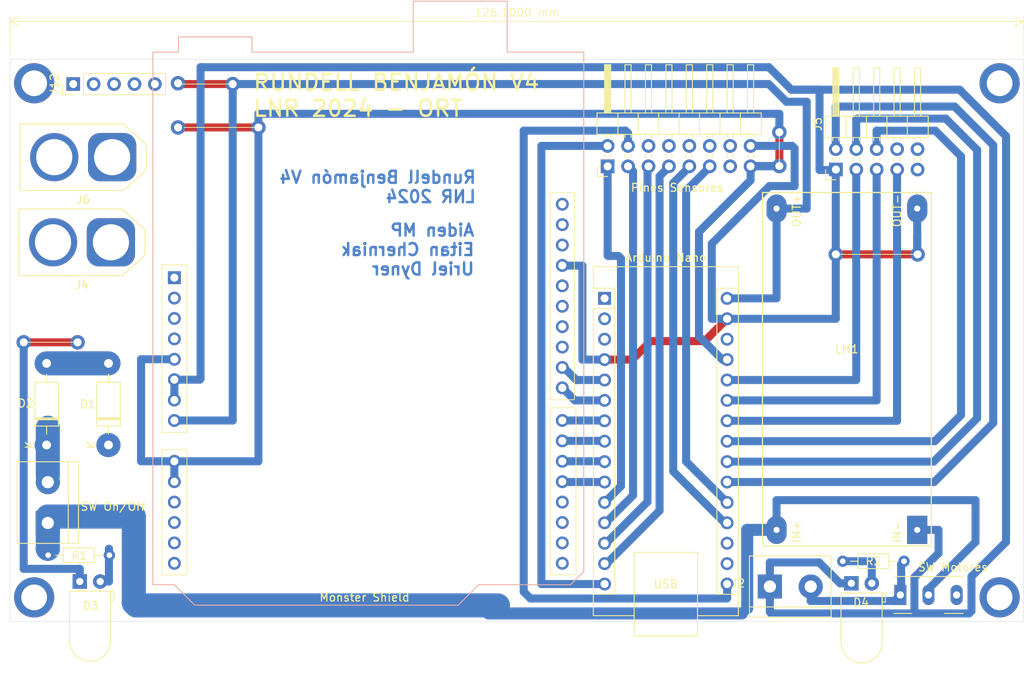
<source format=kicad_pcb>
(kicad_pcb (version 20240108) (generator "pcbnew") (generator_version "8.0")
  (layers (0 "F.Cu" signal) (31 "B.Cu" signal) (34 "B.Paste" user) (35 "F.Paste" user) (36 "B.SilkS" user "B.Silkscreen") (37 "F.SilkS" user "F.Silkscreen") (38 "B.Mask" user) (39 "F.Mask" user) (44 "Edge.Cuts" user))
  (net 0 "")
  (net 1 "AIN2 MONSTER SHIELD")
  (net 3 "ECHO 1")
  (net 5 "ECHO 3")
  (net 9 "ECHO 2")
  (net 10 "GND")
  (net 11 "TRIG 2")
  (net 12 "VIN")
  (net 13 "AIN1 MONSTER SHIELD")
  (net 14 "TRIG 3")
  (net 15 "BIN 2 MONSTER SHIELD")
  (net 16 "TRIG 1")
  (net 17 "BIN 1 MONSTER SHIELD")
  (net 18 "+5V")
  (net 19 "PWM A MONSTER SHIELD")
  (net 20 "PWM B MONSTER SHIELD")
  (net 21 "LED3")
  (net 25 "LED1")
  (net 32 "BTN2")
  (net 33 "LED2")
  (net 36 "BTN1")
  (net 40 "LED4")
  (net 48 "CNY 2")
  (net 50 "Net-(J2-Pin_2)")
  (net 51 "CNY 1")
  (net 52 "Net-(D1-K)")
  (net 53 "MOTORES")
  (net 56 "TRIG 4")
  (net 57 "ECHO 5")
  (net 58 "CNY 3")
  (net 59 "ECHO 4")
  (net 60 "TRIG 5")
  (net 61 "Net-(D3-A)")
  (net 62 "Net-(D4-A)")
  (net 63 "PI+")
  (net 64 "Net-(J4-Pin_2)")
  (footprint "" (layer "F.Cu") (at 135.2 15.1)
    (property "Reference" "" (at 0 0 0) (layer "F.SilkS") (effects (font (size 1.27 1.27))))
    (property "Value" "")
    (pad "" thru_hole circle (at 0 0 90) (size 5 5) (drill 3.2) (layers "*.Cu" "*.Mask"))
  )
  (footprint "Connector_PinHeader_2.54mm:PinHeader_1x05_P2.54mm_Vertical" (layer "F.Cu") (at 19.96 15.2 90)
    (property "Reference" "J12" (at 0 -2.33 -90) (layer "F.SilkS"))
    (property "Value" "TP")
    (pad "1" thru_hole rect (at 0 0 90) (size 1.7 1.7) (drill 1) (layers "*.Cu" "*.Mask") (net 10 "GND"))
    (pad "2" thru_hole oval (at 0 2.54 90) (size 1.7 1.7) (drill 1) (layers "*.Cu" "*.Mask"))
    (pad "3" thru_hole oval (at 0 5.08 90) (size 1.7 1.7) (drill 1) (layers "*.Cu" "*.Mask") (net 63 "PI+"))
    (pad "4" thru_hole oval (at 0 7.62 90) (size 1.7 1.7) (drill 1) (layers "*.Cu" "*.Mask") (net 18 "+5V"))
    (pad "5" thru_hole oval (at 0 10.16 90) (size 1.7 1.7) (drill 1) (layers "*.Cu" "*.Mask") (net 12 "VIN"))
  )
  (footprint "" (layer "F.Cu") (at 15.1 79.1)
    (property "Reference" "" (at 0 0 0) (layer "F.SilkS") (effects (font (size 1.27 1.27))))
    (property "Value" "")
    (pad "" thru_hole circle (at 0 0 90) (size 5 5) (drill 3.2) (layers "*.Cu" "*.Mask"))
  )
  (footprint "Connector_AMASS:AMASS_XT60-M_1x02_P7.20mm_Vertical" (layer "F.Cu") (at 24.65 34.9 180)
    (property "Reference" "J4" (at 3.6 -5.3 180) (layer "F.SilkS"))
    (property "Value" "Power Input 2")
    (pad "1" thru_hole roundrect (at 0 0 180) (size 6 6) (drill 4.5) (layers "*.Cu" "*.Mask") (net 10 "GND"))
    (pad "2" thru_hole circle (at 7.2 0 180) (size 6 6) (drill 4.5) (layers "*.Cu" "*.Mask") (net 64 "Net-(J4-Pin_2)"))
  )
  (footprint "Diode_THT:D_DO-41_SOD81_P10.16mm_Horizontal" (layer "F.Cu") (at 24.35 60.13 90)
    (property "Reference" "D1" (at 5.08 -2.6 0) (layer "F.SilkS"))
    (property "Value" "1N4007")
    (fp_text user "K" (at 0 -2.1 -90) (layer "F.SilkS"))
    (pad "1" thru_hole rect (at 0 0 90) (size 2.2 2.2) (drill 1.1) (layers "*.Cu" "*.Mask") (net 52 "Net-(D1-K)"))
    (pad "2" thru_hole oval (at 10.16 0 90) (size 2.2 2.2) (drill 1.1) (layers "*.Cu" "*.Mask") (net 63 "PI+"))
  )
  (footprint "Module:Arduino_Nano" (layer "F.Cu") (at 86.06 41.88)
    (property "Reference" "Arduino Nano" (at 7.62 -5.08 0) (layer "F.SilkS"))
    (property "Value" "Arduino_Nano_v3.x")
    (fp_text user "USB" (at 7.62 35.56 0) (layer "F.SilkS"))
    (pad "1" thru_hole rect (at 0 0) (size 1.6 1.6) (drill 1) (layers "*.Cu" "*.Mask"))
    (pad "2" thru_hole oval (at 0 2.54) (size 1.6 1.6) (drill 1) (layers "*.Cu" "*.Mask"))
    (pad "3" thru_hole oval (at 0 5.08) (size 1.6 1.6) (drill 1) (layers "*.Cu" "*.Mask"))
    (pad "4" thru_hole oval (at 0 7.62) (size 1.6 1.6) (drill 1) (layers "*.Cu" "*.Mask") (net 10 "GND"))
    (pad "5" thru_hole oval (at 0 10.16) (size 1.6 1.6) (drill 1) (layers "*.Cu" "*.Mask") (net 15 "BIN 2 MONSTER SHIELD"))
    (pad "6" thru_hole oval (at 0 12.7) (size 1.6 1.6) (drill 1) (layers "*.Cu" "*.Mask") (net 1 "AIN2 MONSTER SHIELD"))
    (pad "7" thru_hole oval (at 0 15.24) (size 1.6 1.6) (drill 1) (layers "*.Cu" "*.Mask") (net 13 "AIN1 MONSTER SHIELD"))
    (pad "8" thru_hole oval (at 0 17.78) (size 1.6 1.6) (drill 1) (layers "*.Cu" "*.Mask") (net 20 "PWM B MONSTER SHIELD"))
    (pad "9" thru_hole oval (at 0 20.32) (size 1.6 1.6) (drill 1) (layers "*.Cu" "*.Mask") (net 19 "PWM A MONSTER SHIELD"))
    (pad "10" thru_hole oval (at 0 22.86) (size 1.6 1.6) (drill 1) (layers "*.Cu" "*.Mask") (net 17 "BIN 1 MONSTER SHIELD"))
    (pad "11" thru_hole oval (at 0 25.4) (size 1.6 1.6) (drill 1) (layers "*.Cu" "*.Mask") (net 11 "TRIG 2"))
    (pad "12" thru_hole oval (at 0 27.94) (size 1.6 1.6) (drill 1) (layers "*.Cu" "*.Mask") (net 9 "ECHO 2"))
    (pad "13" thru_hole oval (at 0 30.48) (size 1.6 1.6) (drill 1) (layers "*.Cu" "*.Mask") (net 16 "TRIG 1"))
    (pad "14" thru_hole oval (at 0 33.02) (size 1.6 1.6) (drill 1) (layers "*.Cu" "*.Mask") (net 3 "ECHO 1"))
    (pad "15" thru_hole oval (at 0 35.56) (size 1.6 1.6) (drill 1) (layers "*.Cu" "*.Mask") (net 5 "ECHO 3"))
    (pad "16" thru_hole oval (at 15.24 35.56) (size 1.6 1.6) (drill 1) (layers "*.Cu" "*.Mask") (net 14 "TRIG 3"))
    (pad "17" thru_hole oval (at 15.24 33.02) (size 1.6 1.6) (drill 1) (layers "*.Cu" "*.Mask"))
    (pad "18" thru_hole oval (at 15.24 30.48) (size 1.6 1.6) (drill 1) (layers "*.Cu" "*.Mask"))
    (pad "19" thru_hole oval (at 15.24 27.94) (size 1.6 1.6) (drill 1) (layers "*.Cu" "*.Mask") (net 51 "CNY 1"))
    (pad "20" thru_hole oval (at 15.24 25.4) (size 1.6 1.6) (drill 1) (layers "*.Cu" "*.Mask") (net 48 "CNY 2"))
    (pad "21" thru_hole oval (at 15.24 22.86) (size 1.6 1.6) (drill 1) (layers "*.Cu" "*.Mask") (net 33 "LED2"))
    (pad "22" thru_hole oval (at 15.24 20.32) (size 1.6 1.6) (drill 1) (layers "*.Cu" "*.Mask") (net 21 "LED3"))
    (pad "23" thru_hole oval (at 15.24 17.78) (size 1.6 1.6) (drill 1) (layers "*.Cu" "*.Mask") (net 40 "LED4"))
    (pad "24" thru_hole oval (at 15.24 15.24) (size 1.6 1.6) (drill 1) (layers "*.Cu" "*.Mask") (net 25 "LED1"))
    (pad "25" thru_hole oval (at 15.24 12.7) (size 1.6 1.6) (drill 1) (layers "*.Cu" "*.Mask") (net 36 "BTN1"))
    (pad "26" thru_hole oval (at 15.24 10.16) (size 1.6 1.6) (drill 1) (layers "*.Cu" "*.Mask") (net 32 "BTN2"))
    (pad "27" thru_hole oval (at 15.24 7.62) (size 1.6 1.6) (drill 1) (layers "*.Cu" "*.Mask") (net 18 "+5V"))
    (pad "28" thru_hole oval (at 15.24 5.08) (size 1.6 1.6) (drill 1) (layers "*.Cu" "*.Mask"))
    (pad "29" thru_hole oval (at 15.24 2.54) (size 1.6 1.6) (drill 1) (layers "*.Cu" "*.Mask") (net 10 "GND"))
    (pad "30" thru_hole oval (at 15.24 0) (size 1.6 1.6) (drill 1) (layers "*.Cu" "*.Mask") (net 12 "VIN"))
  )
  (footprint "Resistor_THT:R_Axial_DIN0204_L3.6mm_D1.6mm_P7.62mm_Horizontal" (layer "F.Cu") (at 16.84 73.85)
    (property "Reference" "R1" (at 3.86 0.05 0) (layer "F.SilkS"))
    (property "Value" "220")
    (pad "1" thru_hole circle (at 0 0) (size 1.4 1.4) (drill 0.7) (layers "*.Cu" "*.Mask") (net 53 "MOTORES"))
    (pad "2" thru_hole oval (at 7.62 0) (size 1.4 1.4) (drill 0.7) (layers "*.Cu" "*.Mask") (net 61 "Net-(D3-A)"))
  )
  (footprint "Button_Switch_THT:SW_Slide_SPDT_Angled_CK_OS102011MA1Q" (layer "F.Cu") (at 124.35 78.8)
    (property "Reference" "SW Motores" (at 5.05 -3.45 0) (layer "F.SilkS"))
    (property "Value" "On/Off Motores")
    (pad "1" thru_hole rect (at -1.5 0) (size 1.5 2.5) (drill 0.9) (layers "*.Cu" "*.Mask") (net 50 "Net-(J2-Pin_2)"))
    (pad "2" thru_hole oval (at 2 0) (size 1.5 2.5) (drill 0.9) (layers "*.Cu" "*.Mask") (net 53 "MOTORES"))
    (pad "3" thru_hole oval (at 5.5 0) (size 1.5 2.5) (drill 0.9) (layers "*.Cu" "*.Mask"))
  )
  (footprint "TerminalBlock:TerminalBlock_bornier-2_P5.08mm" (layer "F.Cu") (at 16.8 69.84 90)
    (property "Reference" "SW On/Off" (at 2.04 8.1 0) (layer "F.SilkS"))
    (property "Value" "On/Off General")
    (pad "1" thru_hole rect (at 0 0 90) (size 3 3) (drill 1.52) (layers "*.Cu" "*.Mask") (net 53 "MOTORES"))
    (pad "2" thru_hole circle (at 5.08 0 90) (size 3 3) (drill 1.52) (layers "*.Cu" "*.Mask") (net 52 "Net-(D1-K)"))
  )
  (footprint "TerminalBlock:TerminalBlock_bornier-2_P5.08mm" (layer "F.Cu") (at 106.62 77.75)
    (property "Reference" "J2" (at -3.96 -0.4 0) (layer "F.SilkS"))
    (property "Value" "Power Monster")
    (pad "1" thru_hole rect (at 0 0) (size 3 3) (drill 1.52) (layers "*.Cu" "*.Mask") (net 10 "GND"))
    (pad "2" thru_hole circle (at 5.08 0) (size 3 3) (drill 1.52) (layers "*.Cu" "*.Mask") (net 50 "Net-(J2-Pin_2)"))
  )
  (footprint "" (layer "F.Cu") (at 135.2 79.1)
    (property "Reference" "" (at 0 0 0) (layer "F.SilkS") (effects (font (size 1.27 1.27))))
    (property "Value" "")
    (pad "" thru_hole circle (at 0 0 90) (size 5 5) (drill 3.2) (layers "*.Cu" "*.Mask"))
  )
  (footprint "" (layer "F.Cu") (at 15.1 15.1)
    (property "Reference" "" (at 0 0 0) (layer "F.SilkS") (effects (font (size 1.27 1.27))))
    (property "Value" "")
    (pad "" thru_hole circle (at 0 0 90) (size 5 5) (drill 3.2) (layers "*.Cu" "*.Mask"))
  )
  (footprint "LM2596:LM2596_correctedMeas" (layer "F.Cu") (at 116.2 50.7 180)
    (property "Reference" "LM1" (at 0 2.5 180) (layer "F.SilkS"))
    (property "Value" "LM2596_OK")
    (fp_text user "OUT+" (at 6.25 19.75 -90) (layer "F.SilkS"))
    (fp_text user "IN+" (at 6.25 -20.25 -90) (layer "F.SilkS"))
    (fp_text user "OUT-" (at -6.25 19.75 -90) (layer "F.SilkS"))
    (fp_text user "IN-" (at -6.25 -20.25 -90) (layer "F.SilkS"))
    (pad "1" thru_hole rect (at -8.75 -20 180) (size 2.5 3.5) (drill 0.762) (layers "*.Cu" "*.Mask") (net 10 "GND"))
    (pad "2" thru_hole oval (at 8.75 -20 180) (size 2.5 3.5) (drill 0.762) (layers "*.Cu" "*.Mask") (net 53 "MOTORES"))
    (pad "3" thru_hole oval (at -8.75 20 180) (size 2.5 3.5) (drill 0.762) (layers "*.Cu" "*.Mask") (net 10 "GND"))
    (pad "4" thru_hole oval (at 8.75 20 180) (size 2.5 3.5) (drill 0.762) (layers "*.Cu" "*.Mask") (net 12 "VIN"))
  )
  (footprint "Resistor_THT:R_Axial_DIN0204_L3.6mm_D1.6mm_P7.62mm_Horizontal" (layer "F.Cu") (at 123.31 74.6 180)
    (property "Reference" "R2" (at 3.81 0 180) (layer "F.SilkS"))
    (property "Value" "220")
    (pad "1" thru_hole circle (at 0 0 180) (size 1.4 1.4) (drill 0.7) (layers "*.Cu" "*.Mask") (net 50 "Net-(J2-Pin_2)"))
    (pad "2" thru_hole oval (at 7.62 0 180) (size 1.4 1.4) (drill 0.7) (layers "*.Cu" "*.Mask") (net 62 "Net-(D4-A)"))
  )
  (footprint "Connector_PinHeader_2.54mm:PinHeader_2x08_P2.54mm_Horizontal" (layer "F.Cu") (at 86.44 25.44 90)
    (property "Reference" "Pines Sensores" (at -2.66 8.66 0) (layer "F.SilkS"))
    (property "Value" "Conexion Sensores")
    (pad "1" thru_hole rect (at 0 0 90) (size 1.7 1.7) (drill 1) (layers "*.Cu" "*.Mask") (net 11 "TRIG 2"))
    (pad "2" thru_hole oval (at 2.54 0 90) (size 1.7 1.7) (drill 1) (layers "*.Cu" "*.Mask") (net 5 "ECHO 3"))
    (pad "3" thru_hole oval (at 0 2.54 90) (size 1.7 1.7) (drill 1) (layers "*.Cu" "*.Mask") (net 9 "ECHO 2"))
    (pad "4" thru_hole oval (at 2.54 2.54 90) (size 1.7 1.7) (drill 1) (layers "*.Cu" "*.Mask") (net 14 "TRIG 3"))
    (pad "5" thru_hole oval (at 0 5.08 90) (size 1.7 1.7) (drill 1) (layers "*.Cu" "*.Mask") (net 16 "TRIG 1"))
    (pad "6" thru_hole oval (at 2.54 5.08 90) (size 1.7 1.7) (drill 1) (layers "*.Cu" "*.Mask"))
    (pad "7" thru_hole oval (at 0 7.62 90) (size 1.7 1.7) (drill 1) (layers "*.Cu" "*.Mask") (net 3 "ECHO 1"))
    (pad "8" thru_hole oval (at 2.54 7.62 90) (size 1.7 1.7) (drill 1) (layers "*.Cu" "*.Mask") (net 59 "ECHO 4"))
    (pad "9" thru_hole oval (at 0 10.16 90) (size 1.7 1.7) (drill 1) (layers "*.Cu" "*.Mask") (net 51 "CNY 1"))
    (pad "10" thru_hole oval (at 2.54 10.16 90) (size 1.7 1.7) (drill 1) (layers "*.Cu" "*.Mask") (net 56 "TRIG 4"))
    (pad "11" thru_hole oval (at 0 12.7 90) (size 1.7 1.7) (drill 1) (layers "*.Cu" "*.Mask") (net 48 "CNY 2"))
    (pad "12" thru_hole oval (at 2.54 12.7 90) (size 1.7 1.7) (drill 1) (layers "*.Cu" "*.Mask") (net 57 "ECHO 5"))
    (pad "13" thru_hole oval (at 0 15.24 90) (size 1.7 1.7) (drill 1) (layers "*.Cu" "*.Mask") (net 58 "CNY 3"))
    (pad "14" thru_hole oval (at 2.54 15.24 90) (size 1.7 1.7) (drill 1) (layers "*.Cu" "*.Mask") (net 60 "TRIG 5"))
    (pad "15" thru_hole oval (at 0 17.78 90) (size 1.7 1.7) (drill 1) (layers "*.Cu" "*.Mask") (net 18 "+5V"))
    (pad "16" thru_hole oval (at 2.54 17.78 90) (size 1.7 1.7) (drill 1) (layers "*.Cu" "*.Mask") (net 10 "GND"))
  )
  (footprint "LED_THT:LED_D5.0mm_Horizontal_O1.27mm_Z3.0mm" (layer "F.Cu") (at 20.775 77.125)
    (property "Reference" "D3" (at 1.375 3.025 0) (layer "F.SilkS"))
    (property "Value" "LED")
    (pad "1" thru_hole rect (at 0 0) (size 1.8 1.8) (drill 0.9) (layers "*.Cu" "*.Mask") (net 10 "GND"))
    (pad "2" thru_hole circle (at 2.54 0) (size 1.8 1.8) (drill 0.9) (layers "*.Cu" "*.Mask") (net 61 "Net-(D3-A)"))
  )
  (footprint "LED_THT:LED_D5.0mm_Horizontal_O1.27mm_Z3.0mm" (layer "F.Cu") (at 116.76 77.35)
    (property "Reference" "D4" (at 1.2 2.4 0) (layer "F.SilkS"))
    (property "Value" "LED")
    (pad "1" thru_hole rect (at 0 0) (size 1.8 1.8) (drill 0.9) (layers "*.Cu" "*.Mask") (net 10 "GND"))
    (pad "2" thru_hole circle (at 2.54 0) (size 1.8 1.8) (drill 0.9) (layers "*.Cu" "*.Mask") (net 62 "Net-(D4-A)"))
  )
  (footprint "Diode_THT:D_DO-41_SOD81_P10.16mm_Horizontal" (layer "F.Cu") (at 16.65 60.13 90)
    (property "Reference" "D2" (at 5.18 -2.6 0) (layer "F.SilkS"))
    (property "Value" "1N4007")
    (fp_text user "K" (at 0 -2.1 -90) (layer "F.SilkS"))
    (pad "1" thru_hole rect (at 0 0 90) (size 2.2 2.2) (drill 1.1) (layers "*.Cu" "*.Mask") (net 52 "Net-(D1-K)"))
    (pad "2" thru_hole oval (at 10.16 0 90) (size 2.2 2.2) (drill 1.1) (layers "*.Cu" "*.Mask") (net 63 "PI+"))
  )
  (footprint "Connector_PinHeader_2.54mm:PinHeader_2x05_P2.54mm_Horizontal" (layer "F.Cu") (at 114.83 25.84 90)
    (property "Reference" "J5" (at 5.655 -2.27 -90) (layer "F.SilkS"))
    (property "Value" "IDC Placa Botones")
    (pad "1" thru_hole rect (at 0 0 90) (size 1.7 1.7) (drill 1) (layers "*.Cu" "*.Mask") (net 10 "GND"))
    (pad "2" thru_hole oval (at 2.54 0 90) (size 1.7 1.7) (drill 1) (layers "*.Cu" "*.Mask") (net 33 "LED2"))
    (pad "3" thru_hole oval (at 0 2.54 90) (size 1.7 1.7) (drill 1) (layers "*.Cu" "*.Mask") (net 32 "BTN2"))
    (pad "4" thru_hole oval (at 2.54 2.54 90) (size 1.7 1.7) (drill 1) (layers "*.Cu" "*.Mask") (net 21 "LED3"))
    (pad "5" thru_hole oval (at 0 5.08 90) (size 1.7 1.7) (drill 1) (layers "*.Cu" "*.Mask") (net 36 "BTN1"))
    (pad "6" thru_hole oval (at 2.54 5.08 90) (size 1.7 1.7) (drill 1) (layers "*.Cu" "*.Mask") (net 40 "LED4"))
    (pad "7" thru_hole oval (at 0 7.62 90) (size 1.7 1.7) (drill 1) (layers "*.Cu" "*.Mask") (net 25 "LED1"))
    (pad "8" thru_hole oval (at 2.54 7.62 90) (size 1.7 1.7) (drill 1) (layers "*.Cu" "*.Mask"))
    (pad "9" thru_hole oval (at 0 10.16 90) (size 1.7 1.7) (drill 1) (layers "*.Cu" "*.Mask"))
    (pad "10" thru_hole oval (at 2.54 10.16 90) (size 1.7 1.7) (drill 1) (layers "*.Cu" "*.Mask"))
  )
  (footprint "Connector_AMASS:AMASS_XT60-M_1x02_P7.20mm_Vertical" (layer "F.Cu") (at 24.8 24.3 180)
    (property "Reference" "J6" (at 3.6 -5.3 180) (layer "F.SilkS"))
    (property "Value" "Power Input 1")
    (pad "1" thru_hole roundrect (at 0 0 180) (size 6 6) (drill 4.5) (layers "*.Cu" "*.Mask") (net 64 "Net-(J4-Pin_2)"))
    (pad "2" thru_hole circle (at 7.2 0 180) (size 6 6) (drill 4.5) (layers "*.Cu" "*.Mask") (net 63 "PI+"))
  )
  (footprint "Module:Arduino_UNO_R3" (layer "B.Cu") (at 32.54 39.3 -90)
    (property "Reference" "Monster Shield" (at 39.8 -23.66 180) (layer "F.SilkS"))
    (property "Value" "MONSTER SHIELD")
    (pad "1" thru_hole rect (at 0 0 180) (size 1.6 1.6) (drill 1) (layers "*.Cu" "*.Mask"))
    (pad "2" thru_hole oval (at 2.54 0 180) (size 1.6 1.6) (drill 1) (layers "*.Cu" "*.Mask"))
    (pad "3" thru_hole oval (at 5.08 0 180) (size 1.6 1.6) (drill 1) (layers "*.Cu" "*.Mask"))
    (pad "4" thru_hole oval (at 7.62 0 180) (size 1.6 1.6) (drill 1) (layers "*.Cu" "*.Mask"))
    (pad "5" thru_hole oval (at 10.16 0 180) (size 1.6 1.6) (drill 1) (layers "*.Cu" "*.Mask") (net 18 "+5V"))
    (pad "6" thru_hole oval (at 12.7 0 180) (size 1.6 1.6) (drill 1) (layers "*.Cu" "*.Mask") (net 10 "GND"))
    (pad "7" thru_hole oval (at 15.24 0 180) (size 1.6 1.6) (drill 1) (layers "*.Cu" "*.Mask") (net 10 "GND"))
    (pad "8" thru_hole oval (at 17.78 0 180) (size 1.6 1.6) (drill 1) (layers "*.Cu" "*.Mask") (net 12 "VIN"))
    (pad "9" thru_hole oval (at 22.86 0 180) (size 1.6 1.6) (drill 1) (layers "*.Cu" "*.Mask") (net 18 "+5V"))
    (pad "10" thru_hole oval (at 25.4 0 180) (size 1.6 1.6) (drill 1) (layers "*.Cu" "*.Mask") (net 18 "+5V"))
    (pad "11" thru_hole oval (at 27.94 0 180) (size 1.6 1.6) (drill 1) (layers "*.Cu" "*.Mask"))
    (pad "12" thru_hole oval (at 30.48 0 180) (size 1.6 1.6) (drill 1) (layers "*.Cu" "*.Mask"))
    (pad "13" thru_hole oval (at 33.02 0 180) (size 1.6 1.6) (drill 1) (layers "*.Cu" "*.Mask"))
    (pad "14" thru_hole oval (at 35.56 0 180) (size 1.6 1.6) (drill 1) (layers "*.Cu" "*.Mask"))
    (pad "15" thru_hole oval (at 35.56 -48.26 180) (size 1.6 1.6) (drill 1) (layers "*.Cu" "*.Mask"))
    (pad "16" thru_hole oval (at 33.02 -48.26 180) (size 1.6 1.6) (drill 1) (layers "*.Cu" "*.Mask"))
    (pad "17" thru_hole oval (at 30.48 -48.26 180) (size 1.6 1.6) (drill 1) (layers "*.Cu" "*.Mask"))
    (pad "18" thru_hole oval (at 27.94 -48.26 180) (size 1.6 1.6) (drill 1) (layers "*.Cu" "*.Mask"))
    (pad "19" thru_hole oval (at 25.4 -48.26 180) (size 1.6 1.6) (drill 1) (layers "*.Cu" "*.Mask") (net 17 "BIN 1 MONSTER SHIELD"))
    (pad "20" thru_hole oval (at 22.86 -48.26 180) (size 1.6 1.6) (drill 1) (layers "*.Cu" "*.Mask") (net 19 "PWM A MONSTER SHIELD"))
    (pad "21" thru_hole oval (at 20.32 -48.26 180) (size 1.6 1.6) (drill 1) (layers "*.Cu" "*.Mask") (net 20 "PWM B MONSTER SHIELD"))
    (pad "22" thru_hole oval (at 17.78 -48.26 180) (size 1.6 1.6) (drill 1) (layers "*.Cu" "*.Mask") (net 13 "AIN1 MONSTER SHIELD"))
    (pad "23" thru_hole oval (at 13.72 -48.26 180) (size 1.6 1.6) (drill 1) (layers "*.Cu" "*.Mask") (net 1 "AIN2 MONSTER SHIELD"))
    (pad "24" thru_hole oval (at 11.18 -48.26 180) (size 1.6 1.6) (drill 1) (layers "*.Cu" "*.Mask") (net 15 "BIN 2 MONSTER SHIELD"))
    (pad "25" thru_hole oval (at 8.64 -48.26 180) (size 1.6 1.6) (drill 1) (layers "*.Cu" "*.Mask"))
    (pad "26" thru_hole oval (at 6.1 -48.26 180) (size 1.6 1.6) (drill 1) (layers "*.Cu" "*.Mask"))
    (pad "27" thru_hole oval (at 3.56 -48.26 180) (size 1.6 1.6) (drill 1) (layers "*.Cu" "*.Mask"))
    (pad "28" thru_hole oval (at 1.02 -48.26 180) (size 1.6 1.6) (drill 1) (layers "*.Cu" "*.Mask"))
    (pad "29" thru_hole oval (at -1.52 -48.26 180) (size 1.6 1.6) (drill 1) (layers "*.Cu" "*.Mask") (net 10 "GND"))
    (pad "30" thru_hole oval (at -4.06 -48.26 180) (size 1.6 1.6) (drill 1) (layers "*.Cu" "*.Mask"))
    (pad "31" thru_hole oval (at -6.6 -48.26 180) (size 1.6 1.6) (drill 1) (layers "*.Cu" "*.Mask"))
    (pad "32" thru_hole oval (at -9.14 -48.26 180) (size 1.6 1.6) (drill 1) (layers "*.Cu" "*.Mask"))
  )
  (gr_line (start 114.7 36.4) (end 124.9 36.4) (stroke (width 0.1)) (layer "F.SilkS"))
  (gr_rect (start 79.3 28.7) (end 82.3 54.5) (stroke (width 0.1)) (fill none) (layer "F.SilkS"))
  (gr_rect (start 79.3 55.5) (end 82.5 76.3) (stroke (width 0.1)) (fill none) (layer "F.SilkS"))
  (gr_line (start 107.8 21.2) (end 107.8 25.4) (stroke (width 0.1)) (layer "F.SilkS"))
  (gr_line (start 33.8 20.6) (end 43 20.6) (stroke (width 0.1)) (layer "F.SilkS"))
  (gr_line (start 33 15.2) (end 39.8 15.2) (stroke (width 0.1)) (layer "F.SilkS"))
  (gr_line (start 13.7 47.35) (end 20.5 47.35) (stroke (width 0.1)) (layer "F.SilkS"))
  (gr_rect (start 31 60.7) (end 34.1 76.3) (stroke (width 0.1)) (fill none) (layer "F.SilkS"))
  (gr_rect (start 31 37.7) (end 34.1 58.6) (stroke (width 0.1)) (fill none) (layer "F.SilkS"))
  (gr_rect (start 12.1 12.1) (end 138.2 82.1) (stroke (width 0.05)) (fill none) (layer "Edge.Cuts"))
  (gr_text "Aiden MP\nEitan Cherniak\nUriel Dyner" (at 70 39.1 0) (layer "B.Cu") (effects (font (size 1.5 1.5) (thickness 0.3) (bold yes)) (justify left bottom mirror)))
  (gr_text "Rundell Benjamón V4\nLNR 2024" (at 70.2 30.1 0) (layer "B.Cu") (effects (font (size 1.5 1.5) (thickness 0.3) (bold yes)) (justify left bottom mirror)))
  (gr_text "RUNDELL BENJAMÓN V4\nLNR 2024 - ORT" (at 42.2 19.4 0) (layer "F.SilkS") (effects (font (size 2 2) (thickness 0.3)) (justify left bottom)))
  (dimension (type aligned) (layer "F.SilkS") (pts (xy 12.1 12.1) (xy 138.2 12.1)) (height -4.7) (gr_text "126,1000 mm" (at 75.15 6.3 0) (layer "F.SilkS") (effects (font (size 1 1) (thickness 0.1)))) (format (prefix "") (suffix "") (units 3) (units_format 1) (precision 4)) (style (thickness 0.1) (arrow_length 1.27) (text_position_mode 0) (extension_height 0.58642) (extension_offset 0.5) keep_text_aligned))
  (segment (start 80.8 53.02) (end 82.36 54.58) (width 1) (layer "B.Cu") (net 1))
  (segment (start 82.36 54.58) (end 86.06 54.58) (width 1) (layer "B.Cu") (net 1))
  (segment (start 94.06 25.516296) (end 94.06 25.44) (width 1) (layer "B.Cu") (net 3))
  (segment (start 92.9 68.3) (end 92.9 26.676296) (width 1) (layer "B.Cu") (net 3))
  (segment (start 86.06 74.9) (end 86.3 74.9) (width 1) (layer "B.Cu") (net 3))
  (segment (start 86.3 74.9) (end 92.9 68.3) (width 1) (layer "B.Cu") (net 3))
  (segment (start 92.9 26.676296) (end 94.06 25.516296) (width 1) (layer "B.Cu") (net 3))
  (segment (start 86.16 77.44) (end 78.2 77.44) (width 1) (layer "B.Cu") (net 5))
  (segment (start 78.2 77.44) (end 78.2 22.9) (width 1) (layer "B.Cu") (net 5))
  (segment (start 78.2 22.9) (end 86.44 22.9) (width 1) (layer "B.Cu") (net 5))
  (segment (start 89.6 66.4) (end 89.6 26.06) (width 1) (layer "B.Cu") (net 9))
  (segment (start 89.6 26.06) (end 88.98 25.44) (width 1) (layer "B.Cu") (net 9))
  (segment (start 86.18 69.82) (end 89.6 66.4) (width 1) (layer "B.Cu") (net 9))
  (segment (start 86.06 69.82) (end 86.18 69.82) (width 1) (layer "B.Cu") (net 9))
  (segment (start 13.8 47.35) (end 20.5 47.35) (width 1) (layer "F.Cu") (net 10))
  (segment (start 89.5 49.5) (end 91.8 47.2) (width 1) (layer "F.Cu") (net 10))
  (segment (start 98.514415 47.2) (end 101.294415 44.42) (width 1) (layer "F.Cu") (net 10))
  (segment (start 101.294415 44.42) (end 101.3 44.42) (width 1) (layer "F.Cu") (net 10))
  (segment (start 91.8 47.2) (end 98.514415 47.2) (width 1) (layer "F.Cu") (net 10))
  (segment (start 86.06 49.5) (end 89.5 49.5) (width 1) (layer "F.Cu") (net 10))
  (segment (start 114.82 36.4) (end 125 36.4) (width 1) (layer "F.Cu") (net 10))
  (via (at 13.8 47.35) (size 1.8) (drill 1) (layers "F.Cu" "B.Cu") (net 10))
  (via (at 20.5 47.35) (size 1.8) (drill 1) (layers "F.Cu" "B.Cu") (net 10))
  (via (at 125 36.4) (size 1.8) (drill 1) (layers "F.Cu" "B.Cu") (net 10))
  (via (at 114.82 36.4) (size 1.8) (drill 1) (layers "F.Cu" "B.Cu") (net 10))
  (segment (start 115.35 77.35) (end 116.76 77.35) (width 1) (layer "B.Cu") (net 10))
  (segment (start 35.8 34.9) (end 35.8 51.9) (width 1) (layer "B.Cu") (net 10))
  (segment (start 99.4 35.068019) (end 99.4 44.42) (width 1) (layer "B.Cu") (net 10))
  (segment (start 109.7 27.9) (end 106.568019 27.9) (width 1) (layer "B.Cu") (net 10))
  (segment (start 13.8 47.35) (end 13.8 75.55) (width 1) (layer "B.Cu") (net 10))
  (segment (start 35.8 13.1) (end 35.8 34.9) (width 1) (layer "B.Cu") (net 10))
  (segment (start 106.62 74.75) (end 112.75 74.75) (width 1) (layer "B.Cu") (net 10))
  (segment (start 109.3 15.9) (end 130.22132 15.9) (width 1) (layer "B.Cu") (net 10))
  (segment (start 131.7 76.5) (end 131.7 80.8) (width 1) (layer "B.Cu") (net 10))
  (segment (start 136 72.2) (end 131.7 76.5) (width 1) (layer "B.Cu") (net 10))
  (segment (start 131.7 80.8) (end 131.4 81.1) (width 1) (layer "B.Cu") (net 10))
  (segment (start 80.82 37.8) (end 83.3 37.8) (width 1) (layer "B.Cu") (net 10))
  (segment (start 13.8 47.35) (end 13.7 47.45) (width 1) (layer "B.Cu") (net 10))
  (segment (start 83.3 49.5) (end 86.06 49.5) (width 1) (layer "B.Cu") (net 10))
  (segment (start 35.8 51.9) (end 35.7 52) (width 1) (layer "B.Cu") (net 10))
  (segment (start 114.82 25.8975) (end 114.82 44.42) (width 1) (layer "B.Cu") (net 10))
  (segment (start 99.4 44.42) (end 101.3 44.42) (width 1) (layer "B.Cu") (net 10))
  (segment (start 104.22 22.9) (end 109.4 22.9) (width 1) (layer "B.Cu") (net 10))
  (segment (start 106.5 13.1) (end 35.8 13.1) (width 1) (layer "B.Cu") (net 10))
  (segment (start 106.78 81.1) (end 106.62 80.94) (width 1) (layer "B.Cu") (net 10))
  (segment (start 112.8 15.9) (end 109.3 15.9) (width 1) (layer "B.Cu") (net 10))
  (segment (start 112.8 25.8975) (end 112.8 15.9) (width 1) (layer "B.Cu") (net 10))
  (segment (start 83.3 37.8) (end 83.3 49.5) (width 1) (layer "B.Cu") (net 10))
  (segment (start 80.8 37.78) (end 80.82 37.8) (width 1) (layer "B.Cu") (net 10))
  (segment (start 13.8 75.55) (end 20.775 75.55) (width 1) (layer "B.Cu") (net 10))
  (segment (start 130.22132 15.9) (end 136 21.67868) (width 1) (layer "B.Cu") (net 10))
  (segment (start 124.95 36.35) (end 125 36.4) (width 1) (layer "B.Cu") (net 10))
  (segment (start 109.7 23.2) (end 109.7 27.9) (width 1) (layer "B.Cu") (net 10))
  (segment (start 106.568019 27.9) (end 99.4 35.068019) (width 1) (layer "B.Cu") (net 10))
  (segment (start 127.6 70.7) (end 127.6 73.6) (width 1) (layer "B.Cu") (net 10))
  (segment (start 106.62 80.94) (end 106.62 77.75) (width 1) (layer "B.Cu") (net 10))
  (segment (start 109.3 15.9) (end 106.5 13.1) (width 1) (layer "B.Cu") (net 10))
  (segment (start 124.95 30.7) (end 124.95 36.35) (width 1) (layer "B.Cu") (net 10))
  (segment (start 32.54 54.54) (end 32.54 52) (width 1) (layer "B.Cu") (net 10))
  (segment (start 114.82 44.42) (end 101.3 44.42) (width 1) (layer "B.Cu") (net 10))
  (segment (start 109.4 22.9) (end 109.7 23.2) (width 1) (layer "B.Cu") (net 10))
  (segment (start 124.95 36.35) (end 124.95 33.85) (width 1) (layer "B.Cu") (net 10))
  (segment (start 35.7 52) (end 32.54 52) (width 1) (layer "B.Cu") (net 10))
  (segment (start 136 21.67868) (end 136 72.2) (width 1) (layer "B.Cu") (net 10))
  (segment (start 114.82 25.8975) (end 112.8 25.8975) (width 1) (layer "B.Cu") (net 10))
  (segment (start 124.95 70.7) (end 127.6 70.7) (width 1) (layer "B.Cu") (net 10))
  (segment (start 124.6 76.6) (end 124.6 81.05) (width 1) (layer "B.Cu") (net 10))
  (segment (start 20.775 75.55) (end 20.775 77.125) (width 1) (layer "B.Cu") (net 10))
  (segment (start 112.75 74.75) (end 115.35 77.35) (width 1) (layer "B.Cu") (net 10))
  (segment (start 131.4 81.1) (end 106.78 81.1) (width 1) (layer "B.Cu") (net 10))
  (segment (start 106.62 77.75) (end 106.62 74.75) (width 1) (layer "B.Cu") (net 10))
  (segment (start 127.6 73.6) (end 124.6 76.6) (width 1) (layer "B.Cu") (net 10))
  (segment (start 88.1 36.91) (end 88.1 65.245585) (width 1) (layer "B.Cu") (net 11))
  (segment (start 86.5 36.6) (end 87.79 36.6) (width 1) (layer "B.Cu") (net 11))
  (segment (start 88.1 65.245585) (end 86.065585 67.28) (width 1) (layer "B.Cu") (net 11))
  (segment (start 86.44 25.44) (end 86.44 36.54) (width 1) (layer "B.Cu") (net 11))
  (segment (start 86.065585 67.28) (end 86.06 67.28) (width 1) (layer "B.Cu") (net 11))
  (segment (start 87.79 36.6) (end 88.1 36.91) (width 1) (layer "B.Cu") (net 11))
  (segment (start 86.44 36.54) (end 86.5 36.6) (width 1) (layer "B.Cu") (net 11))
  (segment (start 39.8 15.2) (end 33.1 15.2) (width 1) (layer "F.Cu") (net 12))
  (segment (start 33.1 15.2) (end 33 15.1) (width 1) (layer "F.Cu") (net 12))
  (via (at 33 15.1) (size 1.8) (drill 1) (layers "F.Cu" "B.Cu") (net 12))
  (via (at 39.8 15.2) (size 1.8) (drill 1) (layers "F.Cu" "B.Cu") (net 12))
  (segment (start 107.45 41.85) (end 107.45 30.7) (width 1) (layer "B.Cu") (net 12))
  (segment (start 107.42 41.88) (end 107.45 41.85) (width 1) (layer "B.Cu") (net 12))
  (segment (start 39.8 15.2) (end 39.8 57.08) (width 1) (layer "B.Cu") (net 12))
  (segment (start 111.2 30.7) (end 107.45 30.7) (width 1) (layer "B.Cu") (net 12))
  (segment (start 39.8 15.2) (end 106.47868 15.2) (width 1) (layer "B.Cu") (net 12))
  (segment (start 111.2 17.4) (end 111.2 30.7) (width 1) (layer "B.Cu") (net 12))
  (segment (start 39.8 57.08) (end 32.54 57.08) (width 1) (layer "B.Cu") (net 12))
  (segment (start 108.67868 17.4) (end 111.2 17.4) (width 1) (layer "B.Cu") (net 12))
  (segment (start 101.3 41.88) (end 107.42 41.88) (width 1) (layer "B.Cu") (net 12))
  (segment (start 106.47868 15.2) (end 108.67868 17.4) (width 1) (layer "B.Cu") (net 12))
  (segment (start 80.8 57.08) (end 86.02 57.08) (width 1) (layer "B.Cu") (net 13))
  (segment (start 86.02 57.08) (end 86.06 57.12) (width 1) (layer "B.Cu") (net 13))
  (segment (start 76 21) (end 88.66 21) (width 1) (layer "B.Cu") (net 14))
  (segment (start 76 78.4) (end 76 21) (width 1) (layer "B.Cu") (net 14))
  (segment (start 76.84 79.24) (end 76 78.4) (width 1) (layer "B.Cu") (net 14))
  (segment (start 89 22.88) (end 88.98 22.9) (width 1) (layer "B.Cu") (net 14))
  (segment (start 88.98 21.32) (end 88.98 22.9) (width 1) (layer "B.Cu") (net 14))
  (segment (start 101.3 77.44) (end 101.3 79.2) (width 1) (layer "B.Cu") (net 14))
  (segment (start 101.26 79.24) (end 76.84 79.24) (width 1) (layer "B.Cu") (net 14))
  (segment (start 101.3 79.2) (end 101.26 79.24) (width 1) (layer "B.Cu") (net 14))
  (segment (start 88.66 21) (end 88.98 21.32) (width 1) (layer "B.Cu") (net 14))
  (segment (start 80.8 50.48) (end 80.98 50.48) (width 1) (layer "B.Cu") (net 15))
  (segment (start 82.54 52.04) (end 86.06 52.04) (width 1) (layer "B.Cu") (net 15))
  (segment (start 80.98 50.48) (end 82.54 52.04) (width 1) (layer "B.Cu") (net 15))
  (segment (start 91.4 25.56) (end 91.52 25.44) (width 1) (layer "B.Cu") (net 16))
  (segment (start 86.24 72.36) (end 91.4 67.2) (width 1) (layer "B.Cu") (net 16))
  (segment (start 86.16 72.36) (end 86.24 72.36) (width 1) (layer "B.Cu") (net 16))
  (segment (start 91.4 67.2) (end 91.4 25.56) (width 1) (layer "B.Cu") (net 16))
  (segment (start 80.84 64.74) (end 86.06 64.74) (width 1) (layer "B.Cu") (net 17))
  (segment (start 80.8 64.7) (end 80.84 64.74) (width 1) (layer "B.Cu") (net 17))
  (segment (start 33 20.6) (end 43 20.6) (width 1) (layer "F.Cu") (net 18))
  (segment (start 107.8 25.4) (end 107.8 21.2) (width 1) (layer "F.Cu") (net 18))
  (via (at 43 20.6) (size 1.8) (drill 1) (layers "F.Cu" "B.Cu") (net 18))
  (via (at 33 20.6) (size 1.8) (drill 1) (layers "F.Cu" "B.Cu") (net 18))
  (via (at 107.8 21.2) (size 1.8) (drill 1) (layers "F.Cu" "B.Cu") (net 18))
  (via (at 107.8 25.4) (size 1.8) (drill 1) (layers "F.Cu" "B.Cu") (net 18))
  (segment (start 107.8 21.2) (end 107.8 18.9) (width 1) (layer "B.Cu") (net 18))
  (segment (start 28.4 62.16) (end 32.54 62.16) (width 1) (layer "B.Cu") (net 18))
  (segment (start 107.76 25.44) (end 107.8 25.4) (width 1) (layer "B.Cu") (net 18))
  (segment (start 104.22 25.44) (end 107.76 25.44) (width 1) (layer "B.Cu") (net 18))
  (segment (start 43 62.16) (end 32.54 62.16) (width 1) (layer "B.Cu") (net 18))
  (segment (start 32.54 49.46) (end 28.4 49.46) (width 1) (layer "B.Cu") (net 18))
  (segment (start 104.22 27.18) (end 97.8 33.6) (width 1) (layer "B.Cu") (net 18))
  (segment (start 28.4 49.46) (end 28.4 62.16) (width 1) (layer "B.Cu") (net 18))
  (segment (start 97.8 33.6) (end 97.8 46.6) (width 1) (layer "B.Cu") (net 18))
  (segment (start 104.22 25.44) (end 104.22 27.18) (width 1) (layer "B.Cu") (net 18))
  (segment (start 97.8 46.6) (end 100.7 49.5) (width 1) (layer "B.Cu") (net 18))
  (segment (start 104.26 25.4) (end 104.22 25.44) (width 1) (layer "B.Cu") (net 18))
  (segment (start 107.8 18.9) (end 43 18.9) (width 1) (layer "B.Cu") (net 18))
  (segment (start 100.7 49.5) (end 101.3 49.5) (width 1) (layer "B.Cu") (net 18))
  (segment (start 32.54 64.7) (end 32.54 62.16) (width 1) (layer "B.Cu") (net 18))
  (segment (start 107.8 25.4) (end 104.26 25.4) (width 1) (layer "B.Cu") (net 18))
  (segment (start 43 18.9) (end 43 62.16) (width 1) (layer "B.Cu") (net 18))
  (segment (start 86.02 62.16) (end 86.06 62.2) (width 1) (layer "B.Cu") (net 19))
  (segment (start 80.8 62.16) (end 86.02 62.16) (width 1) (layer "B.Cu") (net 19))
  (segment (start 80.8 59.62) (end 86.02 59.62) (width 1) (layer "B.Cu") (net 20))
  (segment (start 86.02 59.62) (end 86.06 59.66) (width 1) (layer "B.Cu") (net 20))
  (segment (start 117.36 23.3575) (end 117.36 19.6) (width 1) (layer "B.Cu") (net 21))
  (segment (start 127 62.2) (end 101.3 62.2) (width 1) (layer "B.Cu") (net 21))
  (segment (start 128.5 19.5) (end 132.4 23.4) (width 1) (layer "B.Cu") (net 21))
  (segment (start 132.4 23.4) (end 132.4 56.8) (width 1) (layer "B.Cu") (net 21))
  (segment (start 117.46 19.5) (end 128.5 19.5) (width 1) (layer "B.Cu") (net 21))
  (segment (start 132.4 56.8) (end 127 62.2) (width 1) (layer "B.Cu") (net 21))
  (segment (start 117.36 19.6) (end 117.46 19.5) (width 1) (layer "B.Cu") (net 21))
  (segment (start 122.44 57.12) (end 101.3 57.12) (width 1) (layer "B.Cu") (net 25))
  (segment (start 122.44 25.8975) (end 122.44 57.12) (width 1) (layer "B.Cu") (net 25))
  (segment (start 117.36 25.8975) (end 117.36 52.04) (width 1) (layer "B.Cu") (net 32))
  (segment (start 117.36 52.04) (end 101.3 52.04) (width 1) (layer "B.Cu") (net 32))
  (segment (start 127.06 64.74) (end 101.3 64.74) (width 1) (layer "B.Cu") (net 33))
  (segment (start 114.82 23.3575) (end 114.82 18) (width 1) (layer "B.Cu") (net 33))
  (segment (start 134.4 57.4) (end 127.06 64.74) (width 1) (layer "B.Cu") (net 33))
  (segment (start 129.6 18) (end 134.4 22.8) (width 1) (layer "B.Cu") (net 33))
  (segment (start 134.4 22.8) (end 134.4 57.4) (width 1) (layer "B.Cu") (net 33))
  (segment (start 114.82 18) (end 129.6 18) (width 1) (layer "B.Cu") (net 33))
  (segment (start 119.9 54.58) (end 101.3 54.58) (width 1) (layer "B.Cu") (net 36))
  (segment (start 119.9 25.8975) (end 119.9 54.58) (width 1) (layer "B.Cu") (net 36))
  (segment (start 119.9 21) (end 127.2 21) (width 1) (layer "B.Cu") (net 40))
  (segment (start 130.4 24.2) (end 130.4 56.4) (width 1) (layer "B.Cu") (net 40))
  (segment (start 119.9 23.3575) (end 119.9 21) (width 1) (layer "B.Cu") (net 40))
  (segment (start 127.14 59.66) (end 101.3 59.66) (width 1) (layer "B.Cu") (net 40))
  (segment (start 127.2 21) (end 130.4 24.2) (width 1) (layer "B.Cu") (net 40))
  (segment (start 130.4 56.4) (end 127.14 59.66) (width 1) (layer "B.Cu") (net 40))
  (segment (start 99.14 25.44) (end 99.14 25.516296) (width 1) (layer "B.Cu") (net 48))
  (segment (start 96.2 28.456296) (end 96.2 62.18) (width 1) (layer "B.Cu") (net 48))
  (segment (start 96.2 62.18) (end 99.5 65.48) (width 1) (layer "B.Cu") (net 48))
  (segment (start 99.14 25.516296) (end 96.2 28.456296) (width 1) (layer "B.Cu") (net 48))
  (segment (start 101.294415 67.28) (end 101.3 67.28) (width 1) (layer "B.Cu") (net 48))
  (segment (start 99.5 65.48) (end 99.5 65.485585) (width 1) (layer "B.Cu") (net 48))
  (segment (start 99.5 65.485585) (end 101.294415 67.28) (width 1) (layer "B.Cu") (net 48))
  (segment (start 123.31 74.6) (end 122.95 74.96) (width 1) (layer "B.Cu") (net 50))
  (segment (start 111.7 77.75) (end 111.7 79.55) (width 1) (layer "B.Cu") (net 50))
  (segment (start 122.95 78.7) (end 122.85 78.8) (width 1) (layer "B.Cu") (net 50))
  (segment (start 122.1 79.55) (end 122.85 78.8) (width 1) (layer "B.Cu") (net 50))
  (segment (start 111.7 79.55) (end 122.1 79.55) (width 1) (layer "B.Cu") (net 50))
  (segment (start 122.95 74.96) (end 122.95 78.7) (width 1) (layer "B.Cu") (net 50))
  (segment (start 96.6 25.44) (end 96.6 25.516296) (width 1) (layer "B.Cu") (net 51))
  (segment (start 96.6 25.516296) (end 94.6 27.516296) (width 1) (layer "B.Cu") (net 51))
  (segment (start 96.6 25.6) (end 96.6 25.44) (width 1) (layer "B.Cu") (net 51))
  (segment (start 101 69.82) (end 101.3 69.82) (width 1) (layer "B.Cu") (net 51))
  (segment (start 94.6 63.42) (end 101 69.82) (width 1) (layer "B.Cu") (net 51))
  (segment (start 94.6 27.516296) (end 94.6 63.42) (width 1) (layer "B.Cu") (net 51))
  (segment (start 24.35 60.13) (end 24.33 60.15) (width 3) (layer "B.Cu") (net 52))
  (segment (start 16.8 57.98) (end 16.8 63.96) (width 3) (layer "B.Cu") (net 52))
  (segment (start 16.67 60.15) (end 16.65 60.13) (width 3) (layer "B.Cu") (net 52))
  (segment (start 132.2 67) (end 132.2 72.2) (width 1) (layer "B.Cu") (net 53))
  (segment (start 16.8 69.04) (end 16.8 73.05) (width 3) (layer "B.Cu") (net 53))
  (segment (start 27.5 79.8) (end 27.5 69.04) (width 3) (layer "B.Cu") (net 53))
  (segment (start 126.35 78.05) (end 126.35 78.8) (width 1) (layer "B.Cu") (net 53))
  (segment (start 16.8 73.05) (end 16.79 73.05) (width 3) (layer "B.Cu") (net 53))
  (segment (start 103.8 70.7) (end 107.45 70.7) (width 1.5) (layer "B.Cu") (net 53))
  (segment (start 107.45 70.7) (end 107.45 67) (width 1) (layer "B.Cu") (net 53))
  (segment (start 27.8 80.1) (end 27.5 79.8) (width 3) (layer "B.Cu") (net 53))
  (segment (start 132.2 72.2) (end 126.35 78.05) (width 1) (layer "B.Cu") (net 53))
  (segment (start 72.8 80.1) (end 27.8 80.1) (width 3) (layer "B.Cu") (net 53))
  (segment (start 27.5 69.04) (end 16.8 69.04) (width 3) (layer "B.Cu") (net 53))
  (segment (start 71.6 81.1) (end 103.15 81.1) (width 1.5) (layer "B.Cu") (net 53))
  (segment (start 103.15 81.1) (end 103.8 80.45) (width 1) (layer "B.Cu") (net 53))
  (segment (start 103.8 80.45) (end 103.8 70.7) (width 1.5) (layer "B.Cu") (net 53))
  (segment (start 107.45 67) (end 132.2 67) (width 1) (layer "B.Cu") (net 53))
  (segment (start 24.41 73.05) (end 24.41 73.45) (width 1) (layer "B.Cu") (net 61))
  (segment (start 24.4 73.06) (end 24.41 73.05) (width 1) (layer "B.Cu") (net 61))
  (segment (start 23.315 77.125) (end 24.4 77.125) (width 1) (layer "B.Cu") (net 61))
  (segment (start 24.4 77.125) (end 24.4 73.06) (width 1) (layer "B.Cu") (net 61))
  (segment (start 115.69 74.6) (end 119.3 74.6) (width 1) (layer "B.Cu") (net 62))
  (segment (start 119.3 74.6) (end 119.3 77.35) (width 1) (layer "B.Cu") (net 62))
  (segment (start 16.65 49.97) (end 24.35 49.97) (width 3) (layer "B.Cu") (net 63))
)
</source>
